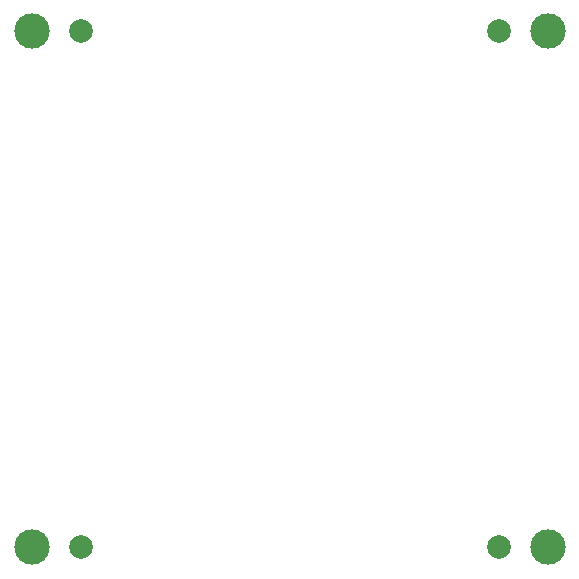
<source format=gbr>
%TF.GenerationSoftware,KiCad,Pcbnew,7.0.7-7.0.7~ubuntu23.04.1*%
%TF.CreationDate,2023-09-19T04:43:30+00:00*%
%TF.ProjectId,m5-pantilt,6d352d70-616e-4746-996c-742e6b696361,1*%
%TF.SameCoordinates,Original*%
%TF.FileFunction,NonPlated,1,2,NPTH,Drill*%
%TF.FilePolarity,Positive*%
%FSLAX46Y46*%
G04 Gerber Fmt 4.6, Leading zero omitted, Abs format (unit mm)*
G04 Created by KiCad (PCBNEW 7.0.7-7.0.7~ubuntu23.04.1) date 2023-09-19 04:43:30*
%MOMM*%
%LPD*%
G01*
G04 APERTURE LIST*
%TA.AperFunction,ComponentDrill*%
%ADD10C,2.000000*%
%TD*%
%TA.AperFunction,ComponentDrill*%
%ADD11C,3.000000*%
%TD*%
G04 APERTURE END LIST*
D10*
%TO.C,Hole4*%
X107300000Y-53150000D03*
%TO.C,Hole3*%
X107300000Y-96850000D03*
%TO.C,Hole1*%
X142700000Y-53150000D03*
%TO.C,Hole2*%
X142700000Y-96850000D03*
D11*
%TO.C,Hole4*%
X103150000Y-53150000D03*
%TO.C,Hole3*%
X103150000Y-96850000D03*
%TO.C,Hole1*%
X146850000Y-53150000D03*
%TO.C,Hole2*%
X146850000Y-96850000D03*
M02*

</source>
